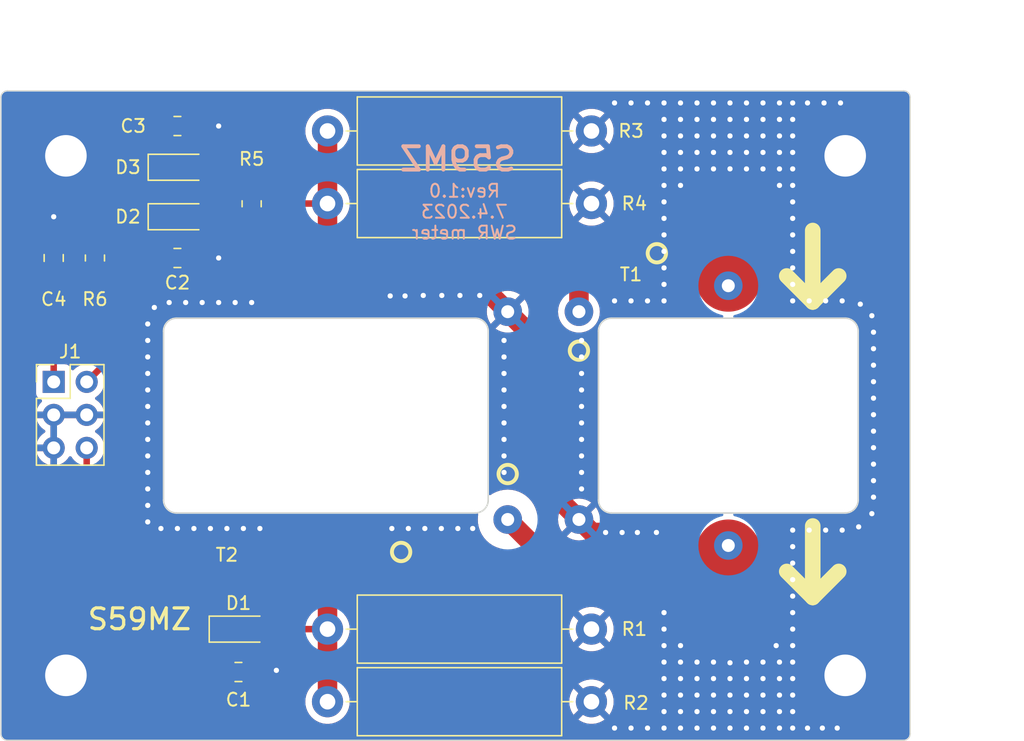
<source format=kicad_pcb>
(kicad_pcb (version 20221018) (generator pcbnew)
  (title_block (title "SWR Meter") (date "2023-04-08") (rev "1.0") (company "S59MZ"))
  (layers (0 "F.Cu" signal) (31 "B.Cu" signal) (34 "B.Paste" user) (35 "F.Paste" user) (36 "B.SilkS" user "B.Silkscreen") (37 "F.SilkS" user "F.Silkscreen") (38 "B.Mask" user) (39 "F.Mask" user) (44 "Edge.Cuts" user))
  (net 0 "")
  (net 1 "Net-(C3-Pad1)")
  (net 2 "/pwr")
  (net 3 "GND")
  (net 4 "/ref")
  (net 5 "Net-(D1-Pad2)")
  (net 6 "/alc")
  (net 7 "Net-(D2-Pad2)")
  (net 9 "Net-(D3-Pad2)")
  (net 10 "/output")
  (footprint "Library:Transformer_swr_20" (layer "F.Cu") (at 151 75 180)
    (fp_text reference "T1" (at 7.49 10.865 unlocked) (layer "F.SilkS"))
    (fp_text value "FT50-43")
    (fp_line (start -6.5 -14) (end -8.5 -12) (stroke (width 1.2)) (layer "F.SilkS"))
    (fp_line (start -6.5 -14) (end -4.5 -12) (stroke (width 1.2)) (layer "F.SilkS"))
    (fp_line (start -6.5 -8.5) (end -6.5 -14) (stroke (width 1.2)) (layer "F.SilkS"))
    (fp_line (start -6.5 8.75) (end -8.5 10.75) (stroke (width 1.2)) (layer "F.SilkS"))
    (fp_line (start -6.5 8.75) (end -4.5 10.75) (stroke (width 1.2)) (layer "F.SilkS"))
    (fp_line (start -6.5 14.25) (end -6.5 8.75) (stroke (width 1.2)) (layer "F.SilkS"))
    (fp_circle (center 5.5 12.5) (end 6.207107 12.5) (stroke (width 0.3)) (fill none) (layer "F.SilkS"))
    (fp_circle (center 11.5 5) (end 12.207107 5) (stroke (width 0.3)) (fill none) (layer "F.SilkS"))
    (fp_line (start -10 6.5) (end -10 -6.5) (stroke (width 0.12)) (layer "Edge.Cuts"))
    (fp_line (start -9 -7.5) (end 9 -7.5) (stroke (width 0.12)) (layer "Edge.Cuts"))
    (fp_line (start 9 7.5) (end -9 7.5) (stroke (width 0.12)) (layer "Edge.Cuts"))
    (fp_line (start 10 -6.5) (end 10 6.5) (stroke (width 0.12)) (layer "Edge.Cuts"))
    (fp_arc (start -10 -6.5) (mid -9.707107 -7.207107) (end -9 -7.5) (stroke (width 0.12)) (layer "Edge.Cuts"))
    (fp_arc (start -9 7.5) (mid -9.707107 7.207107) (end -10 6.5) (stroke (width 0.12)) (layer "Edge.Cuts"))
    (fp_arc (start 9 -7.5) (mid 9.707107 -7.207107) (end 10 -6.5) (stroke (width 0.12)) (layer "Edge.Cuts"))
    (fp_arc (start 10 6.5) (mid 9.707107 7.207107) (end 9 7.5) (stroke (width 0.12)) (layer "Edge.Cuts"))
    (pad "1" thru_hole circle locked (at 0 10) (size 2.2 2.2) (drill 1) (layers "*.Cu" "*.Mask") (clearance 1.2))
    (pad "1" smd oval locked (at 0 12.5) (size 5 9) (layers "F.Cu" "F.Paste" "F.Mask") (clearance 1.6))
    (pad "2" smd oval locked (at 0 -12.5 180) (size 5 9) (layers "F.Cu" "F.Paste" "F.Mask") (net 10 "/output") (clearance 1.6))
    (pad "2" thru_hole circle locked (at 0 -10 180) (size 2.2 2.2) (drill 1) (layers "*.Cu" "*.Mask") (net 10 "/output"))
    (pad "3" thru_hole circle locked (at 11.5 8 180) (size 2.2 2.2) (drill 1) (layers "*.Cu" "*.Mask") (net 7 "Net-(D2-Pad2)"))
    (pad "4" thru_hole circle locked (at 11.5 -8 180) (size 2.2 2.2) (drill 1) (layers "*.Cu" "*.Mask") (net 3 "GND"))
    (pad "5" smd rect locked (at 0 -21.5 180) (size 8 5) (layers "F.Cu" "F.Paste" "F.Mask") (net 3 "GND"))
    (pad "5" smd rect locked (at 0 21.5 180) (size 8 5) (layers "F.Cu" "F.Paste" "F.Mask") (net 3 "GND"))
    (pad "5" smd rect locked (at 7 -9 180) (size 5 2) (layers "F.Cu" "F.Paste" "F.Mask") (net 3 "GND"))
  )
  (footprint "Capacitor_SMD:C_0805_2012Metric_Pad1.18x1.45mm_HandSolder" (layer "F.Cu") (at 99.06 62.865 90)
    (fp_text reference "C4" (at -3.175 0) (layer "F.SilkS"))
    (fp_text value "10n")
    (fp_line (start -0.261252 -0.735) (end 0.261252 -0.735) (stroke (width 0.12)) (layer "F.SilkS"))
    (fp_line (start -0.261252 0.735) (end 0.261252 0.735) (stroke (width 0.12)) (layer "F.SilkS"))
    (pad "1" smd roundrect (at -1.0375 0 90) (size 1.175 1.45) (layers "F.Cu" "F.Paste" "F.Mask") (roundrect_rratio 0.2127659574) (net 6 "/alc"))
    (pad "2" smd roundrect (at 1.0375 0 90) (size 1.175 1.45) (layers "F.Cu" "F.Paste" "F.Mask") (roundrect_rratio 0.2127659574) (net 3 "GND"))
  )
  (footprint "Library:Transformer_swr_25" (layer "F.Cu") (at 120.015 75)
    (fp_text reference "T2" (at -7.62 10.725 unlocked) (layer "F.SilkS"))
    (fp_text value "FT82_43")
    (fp_circle (center 5.792893 10.5) (end 6.5 10.5) (stroke (width 0.3)) (fill none) (layer "F.SilkS"))
    (fp_circle (center 14 4.5) (end 14.707107 4.5) (stroke (width 0.3)) (fill none) (layer "F.SilkS"))
    (fp_line (start -12.5 6.5) (end -12.5 -6.5) (stroke (width 0.12)) (layer "Edge.Cuts"))
    (fp_line (start -11.5 -7.5) (end 11.5 -7.5) (stroke (width 0.12)) (layer "Edge.Cuts"))
    (fp_line (start 11.5 7.5) (end -11.5 7.5) (stroke (width 0.12)) (layer "Edge.Cuts"))
    (fp_line (start 12.5 -6.5) (end 12.5 6.5) (stroke (width 0.12)) (layer "Edge.Cuts"))
    (fp_arc (start -12.5 -6.5) (mid -12.207107 -7.207107) (end -11.5 -7.5) (stroke (width 0.12)) (layer "Edge.Cuts"))
    (fp_arc (start -11.5 7.5) (mid -12.207107 7.207107) (end -12.5 6.5) (stroke (width 0.12)) (layer "Edge.Cuts"))
    (fp_arc (start 11.5 -7.5) (mid 12.207107 -7.207107) (end 12.5 -6.5) (stroke (width 0.12)) (layer "Edge.Cuts"))
    (fp_arc (start 12.5 6.5) (mid 12.207107 7.207107) (end 11.5 7.5) (stroke (width 0.12)) (layer "Edge.Cuts"))
    (pad "1" smd rect locked (at 0 10.5) (size 8 5) (layers "F.Cu" "F.Paste" "F.Mask") (net 5 "Net-(D1-Pad2)"))
    (pad "2" smd rect locked (at 0 -10.5) (size 8 5) (layers "F.Cu" "F.Paste" "F.Mask") (net 7 "Net-(D2-Pad2)"))
    (pad "3" thru_hole circle locked (at 14 8) (size 2.2 2.2) (drill 1) (layers "*.Cu" "*.Mask") (net 10 "/output"))
    (pad "4" thru_hole circle locked (at 14 -8) (size 2.2 2.2) (drill 1) (layers "*.Cu" "*.Mask") (net 3 "GND"))
    (pad "5" smd rect locked (at 7.5 -9.25) (size 6 2.5) (layers "F.Cu" "F.Paste" "F.Mask") (net 3 "GND"))
  )
  (footprint "Resistor_SMD:R_0805_2012Metric_Pad1.20x1.40mm_HandSolder" (layer "F.Cu") (at 102.235 62.865 -90)
    (fp_text reference "R6" (at 3.175 0) (layer "F.SilkS"))
    (fp_text value "4.99k")
    (fp_line (start -0.227064 -0.735) (end 0.227064 -0.735) (stroke (width 0.12)) (layer "F.SilkS"))
    (fp_line (start -0.227064 0.735) (end 0.227064 0.735) (stroke (width 0.12)) (layer "F.SilkS"))
    (pad "1" smd roundrect (at -1 0 270) (size 1.2 1.4) (layers "F.Cu" "F.Paste" "F.Mask") (roundrect_rratio 0.2083333333) (net 1 "Net-(C3-Pad1)"))
    (pad "2" smd roundrect (at 1 0 270) (size 1.2 1.4) (layers "F.Cu" "F.Paste" "F.Mask") (roundrect_rratio 0.2083333333) (net 6 "/alc"))
  )
  (footprint "Resistor_THT:R_Axial_DIN0516_L15.5mm_D5.0mm_P20.32mm_Horizontal" (layer "F.Cu") (at 140.462 97.028 180)
    (fp_text reference "R2" (at -3.429 -0.101) (layer "F.SilkS"))
    (fp_text value "100R")
    (fp_line (start 1.44 0) (end 2.29 0) (stroke (width 0.12)) (layer "F.SilkS"))
    (fp_line (start 2.29 -2.62) (end 2.29 2.62) (stroke (width 0.12)) (layer "F.SilkS"))
    (fp_line (start 2.29 2.62) (end 18.03 2.62) (stroke (width 0.12)) (layer "F.SilkS"))
    (fp_line (start 18.03 -2.62) (end 2.29 -2.62) (stroke (width 0.12)) (layer "F.SilkS"))
    (fp_line (start 18.03 2.62) (end 18.03 -2.62) (stroke (width 0.12)) (layer "F.SilkS"))
    (fp_line (start 18.88 0) (end 18.03 0) (stroke (width 0.12)) (layer "F.SilkS"))
    (pad "1" thru_hole circle (at 0 0 180) (size 2.4 2.4) (drill 1.2) (layers "*.Cu" "*.Mask") (net 3 "GND"))
    (pad "2" thru_hole oval (at 20.32 0 180) (size 2.4 2.4) (drill 1.2) (layers "*.Cu" "*.Mask") (net 5 "Net-(D1-Pad2)"))
  )
  (footprint "Capacitor_SMD:C_0805_2012Metric_Pad1.18x1.45mm_HandSolder" (layer "F.Cu") (at 108.585 52.705)
    (fp_text reference "C3" (at -3.4075 0) (layer "F.SilkS"))
    (fp_text value "1n")
    (fp_line (start -0.261252 -0.735) (end 0.261252 -0.735) (stroke (width 0.12)) (layer "F.SilkS"))
    (fp_line (start -0.261252 0.735) (end 0.261252 0.735) (stroke (width 0.12)) (layer "F.SilkS"))
    (pad "1" smd roundrect (at -1.0375 0) (size 1.175 1.45) (layers "F.Cu" "F.Paste" "F.Mask") (roundrect_rratio 0.2127659574) (net 1 "Net-(C3-Pad1)"))
    (pad "2" smd roundrect (at 1.0375 0) (size 1.175 1.45) (layers "F.Cu" "F.Paste" "F.Mask") (roundrect_rratio 0.2127659574) (net 3 "GND"))
  )
  (footprint "Resistor_SMD:R_0805_2012Metric_Pad1.20x1.40mm_HandSolder" (layer "F.Cu") (at 114.3 58.69 90)
    (fp_text reference "R5" (at 3.445 0) (layer "F.SilkS"))
    (fp_text value "100R")
    (fp_line (start -0.227064 -0.735) (end 0.227064 -0.735) (stroke (width 0.12)) (layer "F.SilkS"))
    (fp_line (start -0.227064 0.735) (end 0.227064 0.735) (stroke (width 0.12)) (layer "F.SilkS"))
    (pad "1" smd roundrect (at -1 0 90) (size 1.2 1.4) (layers "F.Cu" "F.Paste" "F.Mask") (roundrect_rratio 0.2083333333) (net 7 "Net-(D2-Pad2)"))
    (pad "2" smd roundrect (at 1 0 90) (size 1.2 1.4) (layers "F.Cu" "F.Paste" "F.Mask") (roundrect_rratio 0.2083333333) (net 9 "Net-(D3-Pad2)"))
  )
  (footprint "Resistor_THT:R_Axial_DIN0516_L15.5mm_D5.0mm_P20.32mm_Horizontal" (layer "F.Cu") (at 140.462 58.674 180)
    (fp_text reference "R4" (at -3.302 0) (layer "F.SilkS"))
    (fp_text value "100R")
    (fp_line (start 1.44 0) (end 2.29 0) (stroke (width 0.12)) (layer "F.SilkS"))
    (fp_line (start 2.29 -2.62) (end 2.29 2.62) (stroke (width 0.12)) (layer "F.SilkS"))
    (fp_line (start 2.29 2.62) (end 18.03 2.62) (stroke (width 0.12)) (layer "F.SilkS"))
    (fp_line (start 18.03 -2.62) (end 2.29 -2.62) (stroke (width 0.12)) (layer "F.SilkS"))
    (fp_line (start 18.03 2.62) (end 18.03 -2.62) (stroke (width 0.12)) (layer "F.SilkS"))
    (fp_line (start 18.88 0) (end 18.03 0) (stroke (width 0.12)) (layer "F.SilkS"))
    (pad "1" thru_hole circle (at 0 0 180) (size 2.4 2.4) (drill 1.2) (layers "*.Cu" "*.Mask") (net 3 "GND"))
    (pad "2" thru_hole oval (at 20.32 0 180) (size 2.4 2.4) (drill 1.2) (layers "*.Cu" "*.Mask") (net 7 "Net-(D2-Pad2)"))
  )
  (footprint "MountingHole:MountingHole_3.2mm_M3_DIN965_Pad" (layer "F.Cu") (at 160 55)
    (fp_text reference "H2" hide)
    (fp_text value "M3")
    (pad "1" thru_hole circle (at 0 0) (size 5.6 5.6) (drill 3.2) (layers "*.Cu" "*.Mask") (net 3 "GND"))
  )
  (footprint "Resistor_THT:R_Axial_DIN0516_L15.5mm_D5.0mm_P20.32mm_Horizontal" (layer "F.Cu") (at 140.462 53.086 180)
    (fp_text reference "R3" (at -3.048 0) (layer "F.SilkS"))
    (fp_text value "100R")
    (fp_line (start 1.44 0) (end 2.29 0) (stroke (width 0.12)) (layer "F.SilkS"))
    (fp_line (start 2.29 -2.62) (end 2.29 2.62) (stroke (width 0.12)) (layer "F.SilkS"))
    (fp_line (start 2.29 2.62) (end 18.03 2.62) (stroke (width 0.12)) (layer "F.SilkS"))
    (fp_line (start 18.03 -2.62) (end 2.29 -2.62) (stroke (width 0.12)) (layer "F.SilkS"))
    (fp_line (start 18.03 2.62) (end 18.03 -2.62) (stroke (width 0.12)) (layer "F.SilkS"))
    (fp_line (start 18.88 0) (end 18.03 0) (stroke (width 0.12)) (layer "F.SilkS"))
    (pad "1" thru_hole circle (at 0 0 180) (size 2.4 2.4) (drill 1.2) (layers "*.Cu" "*.Mask") (net 3 "GND"))
    (pad "2" thru_hole oval (at 20.32 0 180) (size 2.4 2.4) (drill 1.2) (layers "*.Cu" "*.Mask") (net 7 "Net-(D2-Pad2)"))
  )
  (footprint "Capacitor_SMD:C_0805_2012Metric_Pad1.18x1.45mm_HandSolder" (layer "F.Cu") (at 113.284 94.742)
    (fp_text reference "C1" (at 0 2.1375) (layer "F.SilkS"))
    (fp_text value "10n")
    (fp_line (start -0.261252 -0.735) (end 0.261252 -0.735) (stroke (width 0.12)) (layer "F.SilkS"))
    (fp_line (start -0.261252 0.735) (end 0.261252 0.735) (stroke (width 0.12)) (layer "F.SilkS"))
    (pad "1" smd roundrect (at -1.0375 0) (size 1.175 1.45) (layers "F.Cu" "F.Paste" "F.Mask") (roundrect_rratio 0.2127659574) (net 2 "/pwr"))
    (pad "2" smd roundrect (at 1.0375 0) (size 1.175 1.45) (layers "F.Cu" "F.Paste" "F.Mask") (roundrect_rratio 0.2127659574) (net 3 "GND"))
  )
  (footprint "MountingHole:MountingHole_3.2mm_M3_DIN965_Pad" (layer "F.Cu") (at 100 95)
    (fp_text reference "H3" hide)
    (fp_text value "M3")
    (pad "1" thru_hole circle (at 0 0) (size 5.6 5.6) (drill 3.2) (layers "*.Cu" "*.Mask") (net 3 "GND"))
  )
  (footprint "Capacitor_SMD:C_0805_2012Metric_Pad1.18x1.45mm_HandSolder" (layer "F.Cu") (at 108.585 62.865)
    (fp_text reference "C2" (at 0 1.905) (layer "F.SilkS"))
    (fp_text value "10n")
    (fp_line (start -0.261252 -0.735) (end 0.261252 -0.735) (stroke (width 0.12)) (layer "F.SilkS"))
    (fp_line (start -0.261252 0.735) (end 0.261252 0.735) (stroke (width 0.12)) (layer "F.SilkS"))
    (pad "1" smd roundrect (at -1.0375 0) (size 1.175 1.45) (layers "F.Cu" "F.Paste" "F.Mask") (roundrect_rratio 0.2127659574) (net 4 "/ref"))
    (pad "2" smd roundrect (at 1.0375 0) (size 1.175 1.45) (layers "F.Cu" "F.Paste" "F.Mask") (roundrect_rratio 0.2127659574) (net 3 "GND"))
  )
  (footprint "Diode_SMD:D_SOD-123" (layer "F.Cu") (at 113.284 91.44)
    (fp_text reference "D1" (at 0 -2) (layer "F.SilkS"))
    (fp_text value "1N5711W")
    (fp_line (start -2.25 -1) (end -2.25 1) (stroke (width 0.12)) (layer "F.SilkS"))
    (fp_line (start -2.25 -1) (end 1.65 -1) (stroke (width 0.12)) (layer "F.SilkS"))
    (fp_line (start -2.25 1) (end 1.65 1) (stroke (width 0.12)) (layer "F.SilkS"))
    (pad "1" smd rect (at -1.65 0) (size 0.9 1.2) (layers "F.Cu" "F.Paste" "F.Mask") (net 2 "/pwr"))
    (pad "2" smd rect (at 1.65 0) (size 0.9 1.2) (layers "F.Cu" "F.Paste" "F.Mask") (net 5 "Net-(D1-Pad2)"))
  )
  (footprint "Diode_SMD:D_SOD-123" (layer "F.Cu") (at 108.585 55.88)
    (fp_text reference "D3" (at -3.81 0) (layer "F.SilkS"))
    (fp_text value "1N5711W")
    (fp_line (start -2.25 -1) (end -2.25 1) (stroke (width 0.12)) (layer "F.SilkS"))
    (fp_line (start -2.25 -1) (end 1.65 -1) (stroke (width 0.12)) (layer "F.SilkS"))
    (fp_line (start -2.25 1) (end 1.65 1) (stroke (width 0.12)) (layer "F.SilkS"))
    (pad "1" smd rect (at -1.65 0) (size 0.9 1.2) (layers "F.Cu" "F.Paste" "F.Mask") (net 1 "Net-(C3-Pad1)"))
    (pad "2" smd rect (at 1.65 0) (size 0.9 1.2) (layers "F.Cu" "F.Paste" "F.Mask") (net 9 "Net-(D3-Pad2)"))
  )
  (footprint "Connector_PinHeader_2.54mm:PinHeader_2x03_P2.54mm_Vertical" (layer "F.Cu") (at 99.06 72.405)
    (fp_text reference "J1" (at 1.27 -2.33) (layer "F.SilkS"))
    (fp_text value "pinHeader")
    (fp_line (start -1.33 -1.33) (end 0 -1.33) (stroke (width 0.12)) (layer "F.SilkS"))
    (fp_line (start -1.33 0) (end -1.33 -1.33) (stroke (width 0.12)) (layer "F.SilkS"))
    (fp_line (start -1.33 1.27) (end -1.33 6.41) (stroke (width 0.12)) (layer "F.SilkS"))
    (fp_line (start -1.33 1.27) (end 1.27 1.27) (stroke (width 0.12)) (layer "F.SilkS"))
    (fp_line (start -1.33 6.41) (end 3.87 6.41) (stroke (width 0.12)) (layer "F.SilkS"))
    (fp_line (start 1.27 -1.33) (end 3.87 -1.33) (stroke (width 0.12)) (layer "F.SilkS"))
    (fp_line (start 1.27 1.27) (end 1.27 -1.33) (stroke (width 0.12)) (layer "F.SilkS"))
    (fp_line (start 3.87 -1.33) (end 3.87 6.41) (stroke (width 0.12)) (layer "F.SilkS"))
    (pad "1" thru_hole rect (at 0 0) (size 1.7 1.7) (drill 1) (layers "*.Cu" "*.Mask") (net 6 "/alc"))
    (pad "2" thru_hole oval (at 2.54 0) (size 1.7 1.7) (drill 1) (layers "*.Cu" "*.Mask") (net 4 "/ref"))
    (pad "3" thru_hole oval (at 0 2.54) (size 1.7 1.7) (drill 1) (layers "*.Cu" "*.Mask") (net 3 "GND"))
    (pad "4" thru_hole oval (at 2.54 2.54) (size 1.7 1.7) (drill 1) (layers "*.Cu" "*.Mask") (net 3 "GND"))
    (pad "5" thru_hole oval (at 0 5.08) (size 1.7 1.7) (drill 1) (layers "*.Cu" "*.Mask") (net 3 "GND"))
    (pad "6" thru_hole oval (at 2.54 5.08) (size 1.7 1.7) (drill 1) (layers "*.Cu" "*.Mask") (net 2 "/pwr"))
  )
  (footprint "Resistor_THT:R_Axial_DIN0516_L15.5mm_D5.0mm_P20.32mm_Horizontal" (layer "F.Cu") (at 140.462 91.44 180)
    (fp_text reference "R1" (at -3.302 0) (layer "F.SilkS"))
    (fp_text value "100R")
    (fp_line (start 1.44 0) (end 2.29 0) (stroke (width 0.12)) (layer "F.SilkS"))
    (fp_line (start 2.29 -2.62) (end 2.29 2.62) (stroke (width 0.12)) (layer "F.SilkS"))
    (fp_line (start 2.29 2.62) (end 18.03 2.62) (stroke (width 0.12)) (layer "F.SilkS"))
    (fp_line (start 18.03 -2.62) (end 2.29 -2.62) (stroke (width 0.12)) (layer "F.SilkS"))
    (fp_line (start 18.03 2.62) (end 18.03 -2.62) (stroke (width 0.12)) (layer "F.SilkS"))
    (fp_line (start 18.88 0) (end 18.03 0) (stroke (width 0.12)) (layer "F.SilkS"))
    (pad "1" thru_hole circle (at 0 0 180) (size 2.4 2.4) (drill 1.2) (layers "*.Cu" "*.Mask") (net 3 "GND"))
    (pad "2" thru_hole oval (at 20.32 0 180) (size 2.4 2.4) (drill 1.2) (layers "*.Cu" "*.Mask") (net 5 "Net-(D1-Pad2)"))
  )
  (footprint "MountingHole:MountingHole_3.2mm_M3_DIN965_Pad" (layer "F.Cu") (at 100 55)
    (fp_text reference "H1" hide)
    (fp_text value "M3")
    (pad "1" thru_hole circle (at 0 0) (size 5.6 5.6) (drill 3.2) (layers "*.Cu" "*.Mask") (net 3 "GND"))
  )
  (footprint "MountingHole:MountingHole_3.2mm_M3_DIN965_Pad" (layer "F.Cu") (at 160 95)
    (fp_text reference "H4" hide)
    (fp_text value "M3")
    (pad "1" thru_hole circle locked (at 0 0) (size 5.6 5.6) (drill 3.2) (layers "*.Cu" "*.Mask") (net 3 "GND"))
  )
  (footprint "Diode_SMD:D_SOD-123" (layer "F.Cu") (at 108.585 59.69)
    (fp_text reference "D2" (at -3.81 0) (layer "F.SilkS"))
    (fp_text value "1N5711W")
    (fp_line (start -2.25 -1) (end -2.25 1) (stroke (width 0.12)) (layer "F.SilkS"))
    (fp_line (start -2.25 -1) (end 1.65 -1) (stroke (width 0.12)) (layer "F.SilkS"))
    (fp_line (start -2.25 1) (end 1.65 1) (stroke (width 0.12)) (layer "F.SilkS"))
    (pad "1" smd rect (at -1.65 0) (size 0.9 1.2) (layers "F.Cu" "F.Paste" "F.Mask") (net 4 "/ref"))
    (pad "2" smd rect (at 1.65 0) (size 0.9 1.2) (layers "F.Cu" "F.Paste" "F.Mask") (net 7 "Net-(D2-Pad2)"))
  )
  (gr_line (start 165 99.5) (end 165 50.5) (stroke (width 0.1)) (layer "Edge.Cuts"))
  (gr_line (start 95.5 100) (end 164.5 100) (stroke (width 0.1)) (layer "Edge.Cuts"))
  (gr_line (start 95 50.5) (end 95 99.5) (stroke (width 0.1)) (layer "Edge.Cuts"))
  (gr_arc (start 165 99.5) (mid 164.853553 99.853553) (end 164.5 100) (stroke (width 0.1)) (layer "Edge.Cuts"))
  (gr_arc (start 95.5 100) (mid 95.146447 99.853553) (end 95 99.5) (stroke (width 0.1)) (layer "Edge.Cuts"))
  (gr_arc (start 164.5 50) (mid 164.853553 50.146447) (end 165 50.5) (stroke (width 0.1)) (layer "Edge.Cuts"))
  (gr_arc (start 95 50.5) (mid 95.146447 50.146447) (end 95.5 50) (stroke (width 0.1)) (layer "Edge.Cuts"))
  (gr_line (start 164.5 50) (end 95.5 50) (stroke (width 0.1)) (layer "Edge.Cuts"))
  (gr_text "S59MZ" (at 130.175 55.245) (layer "B.SilkS") (effects (font (size 1.8 1.8) (thickness 0.3)) (justify mirror)))
  (gr_text "Rev:1.0\n7.4.2023\nSWR meter" (at 130.683 59.309) (layer "B.SilkS") (effects (font (size 1 1)) (justify mirror)))
  (gr_text "S59MZ" (at 105.664 90.678) (layer "F.SilkS") (effects (font (size 1.6 1.6) (thickness 0.25))))
  (segment (start 107.5475 53.9965) (end 107.5475 52.705) (width 0.5) (layer "F.Cu") (net 1))
  (segment (start 105.156 55.88) (end 102.235 58.801) (width 0.5) (layer "F.Cu") (net 1))
  (segment (start 106.935 55.88) (end 106.935 54.609) (width 0.5) (layer "F.Cu") (net 1))
  (segment (start 102.235 58.801) (end 102.235 61.865) (width 0.5) (layer "F.Cu") (net 1))
  (segment (start 106.935 55.88) (end 105.156 55.88) (width 0.5) (layer "F.Cu") (net 1))
  (segment (start 106.935 54.609) (end 107.5475 53.9965) (width 0.5) (layer "F.Cu") (net 1))
  (segment (start 111.634 91.44) (end 111.634 92.838) (width 0.5) (layer "F.Cu") (net 2))
  (segment (start 112.2465 93.4505) (end 112.2465 94.742) (width 0.5) (layer "F.Cu") (net 2))
  (segment (start 103.886 86.868) (end 101.6 84.582) (width 0.5) (layer "F.Cu") (net 2))
  (segment (start 111.634 88.012) (end 110.49 86.868) (width 0.5) (layer "F.Cu") (net 2))
  (segment (start 111.634 91.44) (end 111.634 88.012) (width 0.5) (layer "F.Cu") (net 2))
  (segment (start 111.634 92.838) (end 112.2465 93.4505) (width 0.5) (layer "F.Cu") (net 2))
  (segment (start 110.49 86.868) (end 103.886 86.868) (width 0.5) (layer "F.Cu") (net 2))
  (segment (start 101.6 84.582) (end 101.6 77.485) (width 0.5) (layer "F.Cu") (net 2))
  (segment (start 141.552 84) (end 142.822 84) (width 1.5) (layer "F.Cu") (net 3))
  (segment (start 136.906 80.406) (end 136.906 69.891) (width 1.5) (layer "F.Cu") (net 3))
  (segment (start 128.941 65.75) (end 130.338 65.75) (width 1.5) (layer "F.Cu") (net 3))
  (segment (start 130.338 65.75) (end 131.862 65.75) (width 1.5) (layer "F.Cu") (net 3))
  (segment (start 131.862 65.75) (end 132.765 65.75) (width 1.5) (layer "F.Cu") (net 3))
  (segment (start 132.765 65.75) (end 134.015 67) (width 1.5) (layer "F.Cu") (net 3))
  (segment (start 139.5 83) (end 139.515 83) (width 1.5) (layer "F.Cu") (net 3))
  (segment (start 140.515 84) (end 141.552 84) (width 1.5) (layer "F.Cu") (net 3))
  (segment (start 139.5 83) (end 136.906 80.406) (width 1.5) (layer "F.Cu") (net 3))
  (segment (start 139.515 83) (end 140.515 84) (width 1.5) (layer "F.Cu") (net 3))
  (segment (start 142.822 84) (end 144 84) (width 1.5) (layer "F.Cu") (net 3))
  (segment (start 127.515 65.75) (end 128.941 65.75) (width 1.5) (layer "F.Cu") (net 3))
  (segment (start 136.906 69.891) (end 134.015 67) (width 1.5) (layer "F.Cu") (net 3))
  (via (at 154.94 56.007) (size 0.8) (drill 0.4) (layers "F.Cu" "B.Cu") (net 3))
  (via (at 142.24 66.167) (size 0.8) (drill 0.4) (layers "F.Cu" "B.Cu") (net 3))
  (via (at 152.4 95.25) (size 0.8) (drill 0.4) (layers "F.Cu" "B.Cu") (net 3))
  (via (at 106.299 74.295) (size 0.8) (drill 0.4) (layers "F.Cu" "B.Cu") (net 3))
  (via (at 109.855 83.693) (size 0.8) (drill 0.4) (layers "F.Cu" "B.Cu") (net 3))
  (via (at 143.51 99.06) (size 0.8) (drill 0.4) (layers "F.Cu" "B.Cu") (net 3))
  (via (at 125.095 83.693) (size 0.8) (drill 0.4) (layers "F.Cu" "B.Cu") (net 3))
  (via (at 152.4 97.79) (size 0.8) (drill 0.4) (layers "F.Cu" "B.Cu") (net 3))
  (via (at 146.05 97.79) (size 0.8) (drill 0.4) (layers "F.Cu" "B.Cu") (net 3))
  (via (at 149.86 93.98) (size 0.8) (drill 0.4) (layers "F.Cu" "B.Cu") (net 3))
  (via (at 158.369 50.927) (size 0.8) (drill 0.4) (layers "F.Cu" "B.Cu") (net 3))
  (via (at 127.515 65.75) (size 0.8) (drill 0.4) (layers "F.Cu" "B.Cu") (net 3))
  (via (at 147.32 54.737) (size 0.8) (drill 0.4) (layers "F.Cu" "B.Cu") (net 3))
  (via (at 149.86 99.06) (size 0.8) (drill 0.4) (layers "F.Cu" "B.Cu") (net 3))
  (via (at 151.13 99.06) (size 0.8) (drill 0.4) (layers "F.Cu" "B.Cu") (net 3))
  (via (at 151.13 50.927) (size 0.8) (drill 0.4) (layers "F.Cu" "B.Cu") (net 3))
  (via (at 146.05 50.927) (size 0.8) (drill 0.4) (layers "F.Cu" "B.Cu") (net 3))
  (via (at 106.299 67.945) (size 0.8) (drill 0.4) (layers "F.Cu" "B.Cu") (net 3))
  (via (at 152.4 52.197) (size 0.8) (drill 0.4) (layers "F.Cu" "B.Cu") (net 3))
  (via (at 155.956 50.927) (size 0.8) (drill 0.4) (layers "F.Cu" "B.Cu") (net 3))
  (via (at 152.4 93.98) (size 0.8) (drill 0.4) (layers "F.Cu" "B.Cu") (net 3))
  (via (at 154.94 95.25) (size 0.8) (drill 0.4) (layers "F.Cu" "B.Cu") (net 3))
  (via (at 146.05 57.277) (size 0.8) (drill 0.4) (layers "F.Cu" "B.Cu") (net 3))
  (via (at 153.67 53.467) (size 0.8) (drill 0.4) (layers "F.Cu" "B.Cu") (net 3))
  (via (at 159.766 66.167) (size 0.8) (drill 0.4) (layers "F.Cu" "B.Cu") (net 3))
  (via (at 106.299 81.915) (size 0.8) (drill 0.4) (layers "F.Cu" "B.Cu") (net 3))
  (via (at 151.130873 56.002403) (size 0.8) (drill 0.4) (layers "F.Cu" "B.Cu") (net 3))
  (via (at 154.686 92.71) (size 0.8) (drill 0.4) (layers "F.Cu" "B.Cu") (net 3))
  (via (at 149.86 50.927) (size 0.8) (drill 0.4) (layers "F.Cu" "B.Cu") (net 3))
  (via (at 146.05 90.17) (size 0.8) (drill 0.4) (layers "F.Cu" "B.Cu") (net 3))
  (via (at 114.935 83.693) (size 0.8) (drill 0.4) (layers "F.Cu" "B.Cu") (net 3))
  (via (at 158.496 83.82) (size 0.8) (drill 0.4) (layers "F.Cu" "B.Cu") (net 3))
  (via (at 162.179 81.28) (size 0.8) (drill 0.4) (layers "F.Cu" "B.Cu") (net 3))
  (via (at 155.956 85.09) (size 0.8) (drill 0.4) (layers "F.Cu" "B.Cu") (net 3))
  (via (at 155.956 91.44) (size 0.8) (drill 0.4) (layers "F.Cu" "B.Cu") (net 3))
  (via (at 151.13 53.467) (size 0.8) (drill 0.4) (layers "F.Cu" "B.Cu") (net 3))
  (via (at 146.05 99.06) (size 0.8) (drill 0.4) (layers "F.Cu" "B.Cu") (net 3))
  (via (at 154.94 57.277) (size 0.8) (drill 0.4) (layers "F.Cu" "B.Cu") (net 3))
  (via (at 133.731 71.755) (size 0.8) (drill 0.4) (layers "F.Cu" "B.Cu") (net 3))
  (via (at 146.05 64.897) (size 0.8) (drill 0.4) (layers "F.Cu" "B.Cu") (net 3))
  (via (at 147.32 52.197) (size 0.8) (drill 0.4) (layers "F.Cu" "B.Cu") (net 3))
  (via (at 146.05 63.627) (size 0.8) (drill 0.4) (layers "F.Cu" "B.Cu") (net 3))
  (via (at 126.111 65.786) (size 0.8) (drill 0.4) (layers "F.Cu" "B.Cu") (net 3))
  (via (at 155.956 53.467) (size 0.8) (drill 0.4) (layers "F.Cu" "B.Cu") (net 3))
  (via (at 131.862 65.75) (size 0.8) (drill 0.4) (layers "F.Cu" "B.Cu") (net 3))
  (via (at 154.94 99.06) (size 0.8) (drill 0.4) (layers "F.Cu" "B.Cu") (net 3))
  (via (at 151.13 52.197) (size 0.8) (drill 0.4) (layers "F.Cu" "B.Cu") (net 3))
  (via (at 148.59 97.79) (size 0.8) (drill 0.4) (layers "F.Cu" "B.Cu") (net 3))
  (via (at 127.635 83.693) (size 0.8) (drill 0.4) (layers "F.Cu" "B.Cu") (net 3))
  (via (at 155.956 52.197) (size 0.8) (drill 0.4) (layers "F.Cu" "B.Cu") (net 3))
  (via (at 153.67 50.927) (size 0.8) (drill 0.4) (layers "F.Cu" "B.Cu") (net 3))
  (via (at 155.956 96.52) (size 0.8) (drill 0.4) (layers "F.Cu" "B.Cu") (net 3))
  (via (at 131.318 83.693) (size 0.8) (drill 0.4) (layers "F.Cu" "B.Cu") (net 3))
  (via (at 147.32 57.277) (size 0.8) (drill 0.4) (layers "F.Cu" "B.Cu") (net 3))
  (via (at 146.05 52.197) (size 0.8) (drill 0.4) (layers "F.Cu" "B.Cu") (net 3))
  (via (at 107.315 83.693) (size 0.8) (drill 0.4) (layers "F.Cu" "B.Cu") (net 3))
  (via (at 147.32 99.06) (size 0.8) (drill 0.4) (layers "F.Cu" "B.Cu") (net 3))
  (via (at 106.299 75.565) (size 0.8) (drill 0.4) (layers "F.Cu" "B.Cu") (net 3))
  (via (at 111.76 52.705) (size 0.8) (drill 0.4) (layers "F.Cu" "B.Cu") (net 3))
  (via (at 155.956 54.737) (size 0.8) (drill 0.4) (layers "F.Cu" "B.Cu") (net 3))
  (via (at 106.299 70.485) (size 0.8) (drill 0.4) (layers "F.Cu" "B.Cu") (net 3))
  (via (at 133.731 74.295) (size 0.8) (drill 0.4) (layers "F.Cu" "B.Cu") (net 3))
  (via (at 149.86 56.007) (size 0.8) (drill 0.4) (layers "F.Cu" "B.Cu") (net 3))
  (via (at 145.4658 83.9978) (size 0.8) (drill 0.4) (layers "F.Cu" "B.Cu") (net 3))
  (via (at 133.731 70.485) (size 0.8) (drill 0.4) (layers "F.Cu" "B.Cu") (net 3))
  (via (at 106.299 69.215) (size 0.8) (drill 0.4) (layers "F.Cu" "B.Cu") (net 3))
  (via (at 162.179 73.66) (size 0.8) (drill 0.4) (layers "F.Cu" "B.Cu") (net 3))
  (via (at 139.7 79.375) (size 0.8) (drill 0.4) (layers "F.Cu" "B.Cu") (net 3))
  (via (at 146.05 59.817) (size 0.8) (drill 0.4) (layers "F.Cu" "B.Cu") (net 3))
  (via (at 144.78 66.167) (size 0.8) (drill 0.4) (layers "F.Cu" "B.Cu") (net 3))
  (via (at 148.59 93.98) (size 0.8) (drill 0.4) (layers "F.Cu" "B.Cu") (net 3))
  (via (at 157.226 83.82) (size 0.8) (drill 0.4) (layers "F.Cu" "B.Cu") (net 3))
  (via (at 153.67 95.25) (size 0.8) (drill 0.4) (layers "F.Cu" "B.Cu") (net 3))
  (via (at 155.956 90.17) (size 0.8) (drill 0.4) (layers "F.Cu" "B.Cu") (net 3))
  (via (at 148.59 56.007) (size 0.8) (drill 0.4) (layers "F.Cu" "B.Cu") (net 3))
  (via (at 155.956 93.98) (size 0.8) (drill 0.4) (layers "F.Cu" "B.Cu") (net 3))
  (via (at 106.299 80.645) (size 0.8) (drill 0.4) (layers "F.Cu" "B.Cu") (net 3))
  (via (at 155.956 64.897) (size 0.8) (drill 0.4) (layers "F.Cu" "B.Cu") (net 3))
  (via (at 159.766 83.82) (size 0.8) (drill 0.4) (layers "F.Cu" "B.Cu") (net 3))
  (via (at 152.4 56.007) (size 0.8) (drill 0.4) (layers "F.Cu" "B.Cu") (net 3))
  (via (at 147.32 92.71) (size 0.8) (drill 0.4) (layers "F.Cu" "B.Cu") (net 3))
  (via (at 162.179 77.47) (size 0.8) (drill 0.4) (layers "F.Cu" "B.Cu") (net 3))
  (via (at 162.179 69.85) (size 0.8) (drill 0.4) (layers "F.Cu" "B.Cu") (net 3))
  (via (at 106.299 71.755) (size 0.8) (drill 0.4) (layers "F.Cu" "B.Cu") (net 3))
  (via (at 133.731 73.025) (size 0.8) (drill 0.4) (layers "F.Cu" "B.Cu") (net 3))
  (via (at 143.51 50.927) (size 0.8) (drill 0.4) (layers "F.Cu" "B.Cu") (net 3))
  (via (at 106.299 73.025) (size 0.8) (drill 0.4) (layers "F.Cu" "B.Cu") (net 3))
  (via (at 152.4 50.927) (size 0.8) (drill 0.4) (layers "F.Cu" "B.Cu") (net 3))
  (via (at 108.585 83.693) (size 0.8) (drill 0.4) (layers "F.Cu" "B.Cu") (net 3))
  (via (at 159.639 50.927) (size 0.8) (drill 0.4) (layers "F.Cu" "B.Cu") (net 3))
  (via (at 155.956 83.82) (size 0.8) (drill 0.4) (layers "F.Cu" "B.Cu") (net 3))
  (via (at 154.94 50.927) (size 0.8) (drill 0.4) (layers "F.Cu" "B.Cu") (net 3))
  (via (at 113.665 83.693) (size 0.8) (drill 0.4) (layers "F.Cu" "B.Cu") (net 3))
  (via (at 148.59 54.737) (size 0.8) (drill 0.4) (layers "F.Cu" "B.Cu") (net 3))
  (via (at 162.179 76.2) (size 0.8) (drill 0.4) (layers "F.Cu" "B.Cu") (net 3))
  (via (at 139.7 76.835) (size 0.8) (drill 0.4) (layers "F.Cu" "B.Cu") (net 3))
  (via (at 111.76 66.294) (size 0.8) (drill 0.4) (layers "F.Cu" "B.Cu") (net 3))
  (via (at 109.22 66.294) (size 0.8) (drill 0.4) (layers "F.Cu" "B.Cu") (net 3))
  (via (at 155.956 57.277) (size 0.8) (drill 0.4) (layers "F.Cu" "B.Cu") (net 3))
  (via (at 106.299 78.105) (size 0.8) (drill 0.4) (layers "F.Cu" "B.Cu") (net 3))
  (via (at 106.807 66.675) (size 0.8) (drill 0.4) (layers "F.Cu" "B.Cu") (net 3))
  (via (at 147.32 53.467) (size 0.8) (drill 0.4) (layers "F.Cu" "B.Cu") (net 3))
  (via (at 155.956 58.547) (size 0.8) (drill 0.4) (layers "F.Cu" "B.Cu") (net 3))
  (via (at 147.32 56.007) (size 0.8) (drill 0.4) (layers "F.Cu" "B.Cu") (net 3))
  (via (at 149.86 95.25) (size 0.8) (drill 0.4) (layers "F.Cu" "B.Cu") (net 3))
  (via (at 141.552 84) (size 0.8) (drill 0.4) (layers "F.Cu" "B.Cu") (net 3))
  (via (at 147.32 50.927) (size 0.8) (drill 0.4) (layers "F.Cu" "B.Cu") (net 3))
  (via (at 157.099 50.927) (size 0.8) (drill 0.4) (layers "F.Cu" "B.Cu") (net 3))
  (via (at 111.76 62.865) (size 0.8) (drill 0.4) (layers "F.Cu" "B.Cu") (net 3))
  (via (at 146.05 95.25) (size 0.8) (drill 0.4) (layers "F.Cu" "B.Cu") (net 3))
  (via (at 144.78 99.06) (size 0.8) (drill 0.4) (layers "F.Cu" "B.Cu") (net 3))
  (via (at 154.94 54.737) (size 0.8) (drill 0.4) (layers "F.Cu" "B.Cu") (net 3))
  (via (at 146.05 66.167) (size 0.8) (drill 0.4) (layers "F.Cu" "B.Cu") (net 3))
  (via (at 107.95 66.294) (size 0.8) (drill 0.4) (layers "F.Cu" "B.Cu") (net 3))
  (via (at 151.13 54.737) (size 0.8) (drill 0.4) (layers "F.Cu" "B.Cu") (net 3))
  (via (at 157.099 99.06) (size 0.8) (drill 0.4) (layers "F.Cu" "B.Cu") (net 3))
  (via (at 157.226 66.167) (size 0.8) (drill 0.4) (layers "F.Cu" "B.Cu") (net 3))
  (via (at 151.13 94.0308) (size 0.8) (drill 0.4) (layers "F.Cu" "B.Cu") (net 3))
  (via (at 154.94 96.52) (size 0.8) (drill 0.4) (layers "F.Cu" "B.Cu") (net 3))
  (via (at 124.968 65.786) (size 0.8) (drill 0.4) (layers "F.Cu" "B.Cu") (net 3))
  (via (at 106.299 79.375) (size 0.8) (drill 0.4) (layers "F.Cu" "B.Cu") (net 3))
  (via (at 154.94 93.98) (size 0.8) (drill 0.4) (layers "F.Cu" "B.Cu") (net 3))
  (via (at 106.299 83.185) (size 0.8) (drill 0.4) (layers "F.Cu" "B.Cu") (net 3))
  (via (at 153.67 54.737) (size 0.8) (drill 0.4) (layers "F.Cu" "B.Cu") (net 3))
  (via (at 158.496 66.167) (size 0.8) (drill 0.4) (layers "F.Cu" "B.Cu") (net 3))
  (via (at 149.86 96.52) (size 0.8) (drill 0.4) (layers "F.Cu" "B.Cu") (net 3))
  (via (at 153.67 93.98) (size 0.8) (drill 0.4) (layers "F.Cu" "B.Cu") (net 3))
  (via (at 146.05 96.52) (size 0.8) (drill 0.4) (layers "F.Cu" "B.Cu") (net 3))
  (via (at 139.7 71.755) (size 0.8) (drill 0.4) (layers "F.Cu" "B.Cu") (net 3))
  (via (at 114.3 66.294) (size 0.8) (drill 0.4) (layers "F.Cu" "B.Cu") (net 3))
  (via (at 162.179 78.74) (size 0.8) (drill 0.4) (layers "F.Cu" "B.Cu") (net 3))
  (via (at 155.956 62.357) (size 0.8) (drill 0.4) (layers "F.Cu" "B.Cu") (net 3))
  (via (at 153.67 56.007) (size 0.8) (drill 0.4) (layers "F.Cu" "B.Cu") (net 3))
  (via (at 139.7 73.025) (size 0.8) (drill 0.4) (layers "F.Cu" "B.Cu") (net 3))
  (via (at 126.365 83.693) (size 0.8) (drill 0.4) (layers "F.Cu" "B.Cu") (net 3))
  (via (at 149.86 53.467) (size 0.8) (drill 0.4) (layers "F.Cu" "B.Cu") (net 3))
  (via (at 155.956 63.627) (size 0.8) (drill 0.4) (layers "F.Cu" "B.Cu") (net 3))
  (via (at 162.179 71.12) (size 0.8) (drill 0.4) (layers "F.Cu" "B.Cu") (net 3))
  (via (at 155.956 56.007) (size 0.8) (drill 0.4) (layers "F.Cu" "B.Cu") (net 3))
  (via (at 153.67 52.197) (size 0.8) (drill 0.4) (layers "F.Cu" "B.Cu") (net 3))
  (via (at 113.03 66.294) (size 0.8) (drill 0.4) (layers "F.Cu" "B.Cu") (net 3))
  (via (at 152.4 96.52) (size 0.8) (drill 0.4) (layers "F.Cu" "B.Cu") (net 3))
  (via (at 155.956 59.817) (size 0.8) (drill 0.4) (layers "F.Cu" "B.Cu") (net 3))
  (via (at 99.06 59.69) (size 0.8) (drill 0.4) (layers "F.Cu" "B.Cu") (net 3))
  (via (at 139.7 80.645) (size 0.8) (drill 0.4) (layers "F.Cu" "B.Cu") (net 3))
  (via (at 151.13 97.79) (size 0.8) (drill 0.4) (layers "F.Cu" "B.Cu") (net 3))
  (via (at 130.175 83.693) (size 0.8) (drill 0.4) (layers "F.Cu" "B.Cu") (net 3))
  (via (at 133.731 78.105) (size 0.8) (drill 0.4) (layers "F.Cu" "B.Cu") (net 3))
  (via (at 146.05 53.467) (size 0.8) (drill 0.4) (layers "F.Cu" "B.Cu") (net 3))
  (via (at 151.13 96.52) (size 0.8) (drill 0.4) (layers "F.Cu" "B.Cu") (net 3))
  (via (at 155.956 87.63) (size 0.8) (drill 0.4) (layers "F.Cu" "B.Cu") (net 3))
  (via (at 149.86 97.79) (size 0.8) (drill 0.4) (layers "F.Cu" "B.Cu") (net 3))
  (via (at 146.05 56.007) (size 0.8) (drill 0.4) (layers "F.Cu" "B.Cu") (net 3))
  (via (at 153.67 97.79) (size 0.8) (drill 0.4) (layers "F.Cu" "B.Cu") (net 3))
  (via (at 161.036 83.566) (size 0.8) (drill 0.4) (layers "F.Cu" "B.Cu") (net 3))
  (via (at 116.205 94.615) (size 0.8) (drill 0.4) (layers "F.Cu" "B.Cu") (net 3))
  (via (at 155.956 86.36) (size 0.8) (drill 0.4) (layers "F.Cu" "B.Cu") (net 3))
  (via (at 111.125 83.693) (size 0.8) (drill 0.4) (layers "F.Cu" "B.Cu") (net 3))
  (via (at 162.179 68.58) (size 0.8) (drill 0.4) (layers "F.Cu" "B.Cu") (net 3))
  (via (at 146.05 92.71) (size 0.8) (drill 0.4) (layers "F.Cu" "B.Cu") (net 3))
  (via (at 146.05 58.547) (size 0.8) (drill 0.4) (layers "F.Cu" "B.Cu") (net 3))
  (via (at 139.7 69.215) (size 0.8) (drill 0.4) (layers "F.Cu" "B.Cu") (net 3))
  (via (at 158.242 99.06) (size 0.8) (drill 0.4) (layers "F.Cu" "B.Cu") (net 3))
  (via (at 146.05 61.087) (size 0.8) (drill 0.4) (layers "F.Cu" "B.Cu") (net 3))
  (via (at 149.86 54.737) (size 0.8) (drill 0.4) (layers "F.Cu" "B.Cu") (net 3))
  (via (at 162.179 72.39) (size 0.8) (drill 0.4) (layers "F.Cu" "B.Cu") (net 3))
  (via (at 152.4 53.467) (size 0.8) (drill 0.4) (layers "F.Cu" "B.Cu") (net 3))
  (via (at 155.956 61.087) (size 0.8) (drill 0.4) (layers "F.Cu" "B.Cu") (net 3))
  (via (at 154.94 52.197) (size 0.8) (drill 0.4) (layers "F.Cu" "B.Cu") (net 3))
  (via (at 148.59 95.25) (size 0.8) (drill 0.4) (layers "F.Cu" "B.Cu") (net 3))
  (via (at 155.956 97.79) (size 0.8) (drill 0.4) (layers "F.Cu" "B.Cu") (net 3))
  (via (at 144 84) (size 0.8) (drill 0.4) (layers "F.Cu" "B.Cu") (net 3))
  (via (at 146.05 93.98) (size 0.8) (drill 0.4) (layers "F.Cu" "B.Cu") (net 3))
  (via (at 133.731 75.565) (size 0.8) (drill 0.4) (layers "F.Cu" "B.Cu") (net 3))
  (via (at 146.05 91.44) (size 0.8) (drill 0.4) (layers "F.Cu" "B.Cu") (net 3))
  (via (at 148.59 99.06) (size 0.8) (drill 0.4) (layers "F.Cu" "B.Cu") (net 3))
  (via (at 161.163 66.421) (size 0.8) (drill 0.4) (layers "F.Cu" "B.Cu") (net 3))
  (via (at 148.59 53.467) (size 0.8) (drill 0.4) (layers "F.Cu" "B.Cu") (net 3))
  (via (at 159.385 99.06) (size 0.8) (drill 0.4) (layers "F.Cu" "B.Cu") (net 3))
  (via (at 154.94 53.467) (size 0.8) (drill 0.4) (layers "F.Cu" "B.Cu") (net 3))
  (via (at 162.052 82.55) (size 0.8) (drill 0.4) (layers "F.Cu" "B.Cu") (net 3))
  (via (at 142.822 84) (size 0.8) (drill 0.4) (layers "F.Cu" "B.Cu") (net 3))
  (via (at 133.731 76.835) (size 0.8) (drill 0.4) (layers "F.Cu" "B.Cu") (net 3))
  (via (at 146.05 54.737) (size 0.8) (drill 0.4) (layers "F.Cu" "B.Cu") (net 3))
  (via (at 146.05 62.357) (size 0.8) (drill 0.4) (layers "F.Cu" "B.Cu") (net 3))
  (via (at 162.052 67.31) (size 0.8) (drill 0.4) (layers "F.Cu" "B.Cu") (net 3))
  (via (at 155.956 92.71) (size 0.8) (drill 0.4) (layers "F.Cu" "B.Cu") (net 3))
  (via (at 155.956 66.167) (size 0.8) (drill 0.4) (layers "F.Cu" "B.Cu") (net 3))
  (via (at 155.956 95.25) (size 0.8) (drill 0.4) (layers "F.Cu" "B.Cu") (net 3))
  (via (at 130.338 65.75) (size 0.8) (drill 0.4) (layers "F.Cu" "B.Cu") (net 3))
  (via (at 151.13 95.25) (size 0.8) (drill 0.4) (layers "F.Cu" "B.Cu") (net 3))
  (via (at 149.86 52.197) (size 0.8) (drill 0.4) (layers "F.Cu" "B.Cu") (net 3))
  (via (at 154.94 97.79) (size 0.8) (drill 0.4) (layers "F.Cu" "B.Cu") (net 3))
  (via (at 148.59 96.52) (size 0.8) (drill 0.4) (layers "F.Cu" "B.Cu") (net 3))
  (via (at 110.49 66.294) (size 0.8) (drill 0.4) (layers "F.Cu" "B.Cu") (net 3))
  (via (at 106.299 76.835) (size 0.8) (drill 0.4) (layers "F.Cu" "B.Cu") (net 3))
  (via (at 133.731 69.215) (size 0.8) (drill 0.4) (layers "F.Cu" "B.Cu") (net 3))
  (via (at 155.956 99.06) (size 0.8) (drill 0.4) (layers "F.Cu" "B.Cu") (net 3))
  (via (at 152.4 54.737) (size 0.8) (drill 0.4) (layers "F.Cu" "B.Cu") (net 3))
  (via (at 148.59 52.197) (size 0.8) (drill 0.4) (layers "F.Cu" "B.Cu") (net 3))
  (via (at 133.731 79.375) (size 0.8) (drill 0.4) (layers "F.Cu" "B.Cu") (net 3))
  (via (at 142.24 99.06) (size 0.8) (drill 0.4) (layers "F.Cu" "B.Cu") (net 3))
  (via (at 139.7 78.105) (size 0.8) (drill 0.4) (layers "F.Cu" "B.Cu") (net 3))
  (via (at 152.4 99.06) (size 0.8) (drill 0.4) (layers "F.Cu" "B.Cu") (net 3))
  (via (at 142.24 50.927) (size 0.8) (drill 0.4) (layers "F.Cu" "B.Cu") (net 3))
  (via (at 128.905 83.693) (size 0.8) (drill 0.4) (layers "F.Cu" "B.Cu") (net 3))
  (via (at 139.7 74.295) (size 0.8) (drill 0.4) (layers "F.Cu" "B.Cu") (net 3))
  (via (at 147.32 95.25) (size 0.8) (drill 0.4) (layers "F.Cu" "B.Cu") (net 3))
  (via (at 148.59 50.927) (size 0.8) (drill 0.4) (layers "F.Cu" "B.Cu") (net 3))
  (via (at 139.7 70.485) (size 0.8) (drill 0.4) (layers "F.Cu" "B.Cu") (net 3))
  (via (at 139.7 75.565) (size 0.8) (drill 0.4) (layers "F.Cu" "B.Cu") (net 3))
  (via (at 153.67 99.06) (size 0.8) (drill 0.4) (layers "F.Cu" "B.Cu") (net 3))
  (via (at 147.32 93.98) (size 0.8) (drill 0.4) (layers "F.Cu" "B.Cu") (net 3))
  (via (at 162.179 80.01) (size 0.8) (drill 0.4) (layers "F.Cu" "B.Cu") (net 3))
  (via (at 155.956 88.9) (size 0.8) (drill 0.4) (layers "F.Cu" "B.Cu") (net 3))
  (via (at 147.32 96.52) (size 0.8) (drill 0.4) (layers "F.Cu" "B.Cu") (net 3))
  (via (at 143.51 66.167) (size 0.8) (drill 0.4) (layers "F.Cu" "B.Cu") (net 3))
  (via (at 162.179 74.93) (size 0.8) (drill 0.4) (layers "F.Cu" "B.Cu") (net 3))
  (via (at 128.941 65.75) (size 0.8) (drill 0.4) (layers "F.Cu" "B.Cu") (net 3))
  (via (at 153.67 96.52) (size 0.8) (drill 0.4) (layers "F.Cu" "B.Cu") (net 3))
  (via (at 147.32 97.79) (size 0.8) (drill 0.4) (layers "F.Cu" "B.Cu") (net 3))
  (via (at 144.78 50.927) (size 0.8) (drill 0.4) (layers "F.Cu" "B.Cu") (net 3))
  (via (at 112.395 83.693) (size 0.8) (drill 0.4) (layers "F.Cu" "B.Cu") (net 3))
  (segment (start 101.6 72.405) (end 104.648 69.357) (width 0.5) (layer "F.Cu") (net 4))
  (segment (start 104.648 69.357) (end 104.648 63.754) (width 0.5) (layer "F.Cu") (net 4))
  (segment (start 106.935 60.707) (end 107.5475 61.3195) (width 0.5) (layer "F.Cu") (net 4))
  (segment (start 106.935 59.69) (end 106.935 60.707) (width 0.5) (layer "F.Cu") (net 4))
  (segment (start 107.5475 61.3195) (end 107.5475 62.865) (width 0.5) (layer "F.Cu") (net 4))
  (segment (start 104.648 63.754) (end 105.537 62.865) (width 0.5) (layer "F.Cu") (net 4))
  (segment (start 105.537 62.865) (end 107.5475 62.865) (width 0.5) (layer "F.Cu") (net 4))
  (segment (start 120.142 85.627) (end 120.015 85.5) (width 1.5) (layer "F.Cu") (net 5))
  (segment (start 120.142 91.44) (end 120.142 85.627) (width 1.5) (layer "F.Cu") (net 5))
  (segment (start 120.142 97.028) (end 120.142 91.44) (width 1.5) (layer "F.Cu") (net 5))
  (segment (start 114.934 91.44) (end 120.142 91.44) (width 0.5) (layer "F.Cu") (net 5))
  (segment (start 99.06 63.9025) (end 99.06 72.405) (width 0.5) (layer "F.Cu") (net 6))
  (segment (start 99.0975 63.865) (end 99.06 63.9025) (width 0.5) (layer "F.Cu") (net 6))
  (segment (start 102.235 63.865) (end 99.0975 63.865) (width 0.5) (layer "F.Cu") (net 6))
  (segment (start 116.078 59.69) (end 117.094 58.674) (width 0.5) (layer "F.Cu") (net 7))
  (segment (start 120.142 53.086) (end 120.142 58.674) (width 1.5) (layer "F.Cu") (net 7))
  (segment (start 139.5 65.205) (end 137.16 62.865) (width 1.5) (layer "F.Cu") (net 7))
  (segment (start 114.3 59.69) (end 110.235 59.69) (width 0.5) (layer "F.Cu") (net 7))
  (segment (start 120.142 64.373) (end 120.015 64.5) (width 1.5) (layer "F.Cu") (net 7))
  (segment (start 139.5 67) (end 139.5 65.205) (width 1.5) (layer "F.Cu") (net 7))
  (segment (start 137.16 62.865) (end 121.65 62.865) (width 1.5) (layer "F.Cu") (net 7))
  (segment (start 121.65 62.865) (end 120.015 64.5) (width 1.5) (layer "F.Cu") (net 7))
  (segment (start 114.3 59.69) (end 116.078 59.69) (width 0.5) (layer "F.Cu") (net 7))
  (segment (start 117.094 58.674) (end 120.142 58.674) (width 0.5) (layer "F.Cu") (net 7))
  (segment (start 120.142 58.674) (end 120.142 64.373) (width 1.5) (layer "F.Cu") (net 7))
  (segment (start 114.3 57.69) (end 114.3 56.642) (width 0.5) (layer "F.Cu") (net 9))
  (segment (start 114.3 56.642) (end 113.538 55.88) (width 0.5) (layer "F.Cu") (net 9))
  (segment (start 113.538 55.88) (end 110.235 55.88) (width 0.5) (layer "F.Cu") (net 9))
  (segment (start 138.515 87.5) (end 151 87.5) (width 1.5) (layer "F.Cu") (net 10))
  (segment (start 134.015 83) (end 138.515 87.5) (width 1.5) (layer "F.Cu") (net 10))
  (zone (net 3) (net_name "GND") (layers "F&B.Cu") (connect_pads (clearance 0.508)) (min_thickness 0.254) (fill yes (thermal_gap 0.508) (thermal_bridge_width 0.508))
    (polygon (pts (xy 165 100) (xy 95 100) (xy 95 50) (xy 165 50)))
  )
)
</source>
